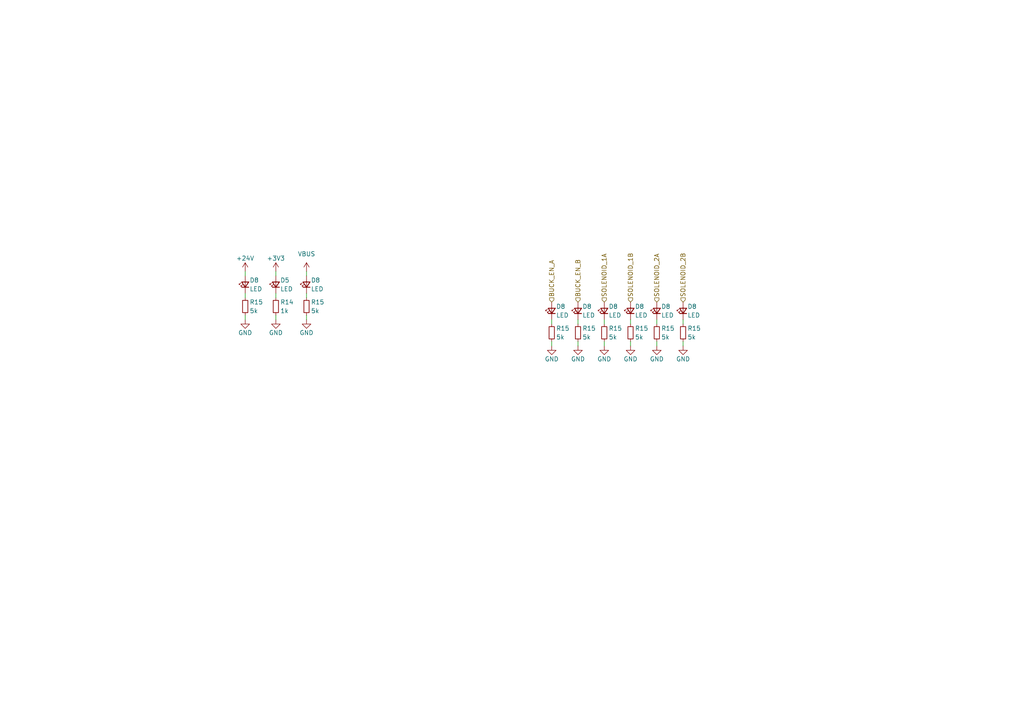
<source format=kicad_sch>
(kicad_sch (version 20230121) (generator eeschema)
  (paper "A4")
  (lib_symbols
    (symbol "Device:LED_Small" (pin_numbers hide) (pin_names (offset 0.254) hide)
      (property "Reference" "D" (at -1.27 3.175 0))
      (property "Value" "LED_Small" (at -4.445 -2.54 0))
      (symbol "LED_Small_0_1"
        (polyline (pts (xy -0.762 -1.016) (xy -0.762 1.016)) (stroke (width 0.254)))
        (polyline (pts (xy 1.016 0) (xy -0.762 0)))
        (polyline (pts (xy 0.762 -1.016) (xy -0.762 0) (xy 0.762 1.016) (xy 0.762 -1.016)) (stroke (width 0.254)))
        (polyline (pts (xy 0 0.762) (xy -0.508 1.27) (xy -0.254 1.27) (xy -0.508 1.27) (xy -0.508 1.016)))
        (polyline (pts (xy 0.508 1.27) (xy 0 1.778) (xy 0.254 1.778) (xy 0 1.778) (xy 0 1.524)))
      )
      (symbol "LED_Small_1_1"
        (pin passive line (at -2.54 0 0) (length 1.778) (name "K") (number "1"))
        (pin passive line (at 2.54 0 180) (length 1.778) (name "A") (number "2"))
      )
    )
    (symbol "Device:R_Small" (pin_numbers hide) (pin_names (offset 0.254) hide)
      (property "Reference" "R" (at 0.762 0.508 0))
      (property "Value" "R_Small" (at 0.762 -1.016 0))
      (symbol "R_Small_0_1"
        (rectangle (start -0.762 1.778) (end 0.762 -1.778) (stroke (width 0.2032)))
      )
      (symbol "R_Small_1_1"
        (pin passive line (at 0 2.54 270) (length 0.762) (name "~") (number "1"))
        (pin passive line (at 0 -2.54 90) (length 0.762) (name "~") (number "2"))
      )
    )
    (symbol "power:+24V" (power) (pin_names (offset 0))
      (property "Value" "+24V" (at 0 3.556 0))
      (symbol "+24V_0_1"
        (polyline (pts (xy -0.762 1.27) (xy 0 2.54)))
        (polyline (pts (xy 0 0) (xy 0 2.54)))
        (polyline (pts (xy 0 2.54) (xy 0.762 1.27)))
      )
      (symbol "+24V_1_1"
        (pin power_in line (at 0 0 90) (length 0) hide (name "+24V") (number "1"))
      )
    )
    (symbol "power:+3V3" (power) (pin_names (offset 0))
      (property "Value" "+3V3" (at 0 3.556 0))
      (symbol "+3V3_0_1"
        (polyline (pts (xy -0.762 1.27) (xy 0 2.54)))
        (polyline (pts (xy 0 0) (xy 0 2.54)))
        (polyline (pts (xy 0 2.54) (xy 0.762 1.27)))
      )
      (symbol "+3V3_1_1"
        (pin power_in line (at 0 0 90) (length 0) hide (name "+3V3") (number "1"))
      )
    )
    (symbol "power:GND" (power) (pin_names (offset 0))
      (property "Value" "GND" (at 0 -3.81 0))
      (symbol "GND_0_1"
        (polyline (pts (xy 0 0) (xy 0 -1.27) (xy 1.27 -1.27) (xy 0 -2.54) (xy -1.27 -1.27) (xy 0 -1.27)))
      )
      (symbol "GND_1_1"
        (pin power_in line (at 0 0 270) (length 0) hide (name "GND") (number "1"))
      )
    )
    (symbol "power:VBUS" (power) (pin_names (offset 0))
      (property "Value" "VBUS" (at 0 3.81 0))
      (symbol "VBUS_0_1"
        (polyline (pts (xy -0.762 1.27) (xy 0 2.54)))
        (polyline (pts (xy 0 0) (xy 0 2.54)))
        (polyline (pts (xy 0 2.54) (xy 0.762 1.27)))
      )
      (symbol "VBUS_1_1"
        (pin power_in line (at 0 0 90) (length 0) hide (name "VBUS") (number "1"))
      )
    )
  )
  (wire (pts (xy 88.9 85.09) (xy 88.9 86.36)))
  (wire (pts (xy 80.01 78.74) (xy 80.01 80.01)))
  (wire (pts (xy 71.12 78.74) (xy 71.12 80.01)))
  (wire (pts (xy 190.5 99.06) (xy 190.5 100.33)))
  (wire (pts (xy 80.01 91.44) (xy 80.01 92.71)))
  (wire (pts (xy 198.12 99.06) (xy 198.12 100.33)))
  (wire (pts (xy 160.02 99.06) (xy 160.02 100.33)))
  (wire (pts (xy 80.01 85.09) (xy 80.01 86.36)))
  (wire (pts (xy 88.9 91.44) (xy 88.9 92.71)))
  (wire (pts (xy 182.88 92.71) (xy 182.88 93.98)))
  (wire (pts (xy 167.64 92.71) (xy 167.64 93.98)))
  (wire (pts (xy 160.02 92.71) (xy 160.02 93.98)))
  (wire (pts (xy 71.12 91.44) (xy 71.12 92.71)))
  (wire (pts (xy 71.12 85.09) (xy 71.12 86.36)))
  (wire (pts (xy 175.26 99.06) (xy 175.26 100.33)))
  (wire (pts (xy 190.5 92.71) (xy 190.5 93.98)))
  (wire (pts (xy 175.26 92.71) (xy 175.26 93.98)))
  (wire (pts (xy 167.64 99.06) (xy 167.64 100.33)))
  (wire (pts (xy 88.9 78.74) (xy 88.9 80.01)))
  (wire (pts (xy 198.12 92.71) (xy 198.12 93.98)))
  (wire (pts (xy 182.88 99.06) (xy 182.88 100.33)))
  (hierarchical_label "BUCK_EN_B" (shape input) (at 167.64 87.63 90))
  (hierarchical_label "SOLENOID_1A" (shape input) (at 175.26 87.63 90))
  (hierarchical_label "BUCK_EN_A" (shape input) (at 160.02 87.63 90))
  (hierarchical_label "SOLENOID_2A" (shape input) (at 190.5 87.63 90))
  (hierarchical_label "SOLENOID_1B" (shape input) (at 182.88 87.63 90))
  (hierarchical_label "SOLENOID_2B" (shape input) (at 198.12 87.63 90))
  (symbol (lib_id "Device:LED_Small") (at 167.64 90.17 90) (unit 1)
    (property "Reference" "D8" (at 168.91 88.9 90) (effects (justify right)))
    (property "Value" "LED" (at 168.91 91.44 90) (effects (justify right)))
    (property "Footprint" "LED_SMD:LED_0603_1608Metric" (effects hide))
    (instances (project "UMRT_FC_R1" (path "" (reference "D8") (unit 1)) (path "" (reference "D11") (unit 1))))
  )
  (symbol (lib_id "power:GND") (at 198.12 100.33 0) (unit 1)
    (property "Reference" "#PWR053" (effects hide))
    (property "Value" "GND" (at 198.12 104.14 0))
    (instances (project "UMRT_FC_R1" (path "" (reference "#PWR053") (unit 1)) (path "" (reference "#PWR075") (unit 1))))
  )
  (symbol (lib_id "Device:R_Small") (at 80.01 88.9 0) (unit 1)
    (property "Reference" "R14" (at 81.28 87.63 0) (effects (justify left)))
    (property "Value" "1k" (at 81.28 90.17 0) (effects (justify left)))
    (property "Footprint" "Resistor_SMD:R_0603_1608Metric" (effects hide))
    (instances (project "UMRT_FC_R1" (path "" (reference "R14") (unit 1)) (path "" (reference "R25") (unit 1))))
  )
  (symbol (lib_id "Device:R_Small") (at 198.12 96.52 0) (unit 1)
    (property "Reference" "R15" (at 199.39 95.25 0) (effects (justify left)))
    (property "Value" "5k" (at 199.39 97.79 0) (effects (justify left)))
    (property "Footprint" "Resistor_SMD:R_0603_1608Metric" (effects hide))
    (instances (project "UMRT_FC_R1" (path "" (reference "R15") (unit 1)) (path "" (reference "R32") (unit 1))))
  )
  (symbol (lib_id "Device:R_Small") (at 175.26 96.52 0) (unit 1)
    (property "Reference" "R15" (at 176.53 95.25 0) (effects (justify left)))
    (property "Value" "5k" (at 176.53 97.79 0) (effects (justify left)))
    (property "Footprint" "Resistor_SMD:R_0603_1608Metric" (effects hide))
    (instances (project "UMRT_FC_R1" (path "" (reference "R15") (unit 1)) (path "" (reference "R29") (unit 1))))
  )
  (symbol (lib_id "Device:LED_Small") (at 182.88 90.17 90) (unit 1)
    (property "Reference" "D8" (at 184.15 88.9 90) (effects (justify right)))
    (property "Value" "LED" (at 184.15 91.44 90) (effects (justify right)))
    (property "Footprint" "LED_SMD:LED_0603_1608Metric" (effects hide))
    (instances (project "UMRT_FC_R1" (path "" (reference "D8") (unit 1)) (path "" (reference "D13") (unit 1))))
  )
  (symbol (lib_id "Device:R_Small") (at 190.5 96.52 0) (unit 1)
    (property "Reference" "R15" (at 191.77 95.25 0) (effects (justify left)))
    (property "Value" "5k" (at 191.77 97.79 0) (effects (justify left)))
    (property "Footprint" "Resistor_SMD:R_0603_1608Metric" (effects hide))
    (instances (project "UMRT_FC_R1" (path "" (reference "R15") (unit 1)) (path "" (reference "R31") (unit 1))))
  )
  (symbol (lib_id "Device:LED_Small") (at 160.02 90.17 90) (unit 1)
    (property "Reference" "D8" (at 161.29 88.9 90) (effects (justify right)))
    (property "Value" "LED" (at 161.29 91.44 90) (effects (justify right)))
    (property "Footprint" "LED_SMD:LED_0603_1608Metric" (effects hide))
    (instances (project "UMRT_FC_R1" (path "" (reference "D8") (unit 1)) (path "" (reference "D10") (unit 1))))
  )
  (symbol (lib_id "power:GND") (at 182.88 100.33 0) (unit 1)
    (property "Reference" "#PWR053" (effects hide))
    (property "Value" "GND" (at 182.88 104.14 0))
    (instances (project "UMRT_FC_R1" (path "" (reference "#PWR053") (unit 1)) (path "" (reference "#PWR073") (unit 1))))
  )
  (symbol (lib_id "power:GND") (at 190.5 100.33 0) (unit 1)
    (property "Reference" "#PWR053" (effects hide))
    (property "Value" "GND" (at 190.5 104.14 0))
    (instances (project "UMRT_FC_R1" (path "" (reference "#PWR053") (unit 1)) (path "" (reference "#PWR074") (unit 1))))
  )
  (symbol (lib_id "Device:R_Small") (at 71.12 88.9 0) (unit 1)
    (property "Reference" "R15" (at 72.39 87.63 0) (effects (justify left)))
    (property "Value" "5k" (at 72.39 90.17 0) (effects (justify left)))
    (property "Footprint" "Resistor_SMD:R_0603_1608Metric" (effects hide))
    (instances (project "UMRT_FC_R1" (path "" (reference "R15") (unit 1)) (path "" (reference "R24") (unit 1))))
  )
  (symbol (lib_id "Device:R_Small") (at 160.02 96.52 0) (unit 1)
    (property "Reference" "R15" (at 161.29 95.25 0) (effects (justify left)))
    (property "Value" "5k" (at 161.29 97.79 0) (effects (justify left)))
    (property "Footprint" "Resistor_SMD:R_0603_1608Metric" (effects hide))
    (instances (project "UMRT_FC_R1" (path "" (reference "R15") (unit 1)) (path "" (reference "R27") (unit 1))))
  )
  (symbol (lib_id "power:GND") (at 160.02 100.33 0) (unit 1)
    (property "Reference" "#PWR053" (effects hide))
    (property "Value" "GND" (at 160.02 104.14 0))
    (instances (project "UMRT_FC_R1" (path "" (reference "#PWR053") (unit 1)) (path "" (reference "#PWR070") (unit 1))))
  )
  (symbol (lib_id "Device:LED_Small") (at 198.12 90.17 90) (unit 1)
    (property "Reference" "D8" (at 199.39 88.9 90) (effects (justify right)))
    (property "Value" "LED" (at 199.39 91.44 90) (effects (justify right)))
    (property "Footprint" "LED_SMD:LED_0603_1608Metric" (effects hide))
    (instances (project "UMRT_FC_R1" (path "" (reference "D8") (unit 1)) (path "" (reference "D15") (unit 1))))
  )
  (symbol (lib_id "Device:R_Small") (at 167.64 96.52 0) (unit 1)
    (property "Reference" "R15" (at 168.91 95.25 0) (effects (justify left)))
    (property "Value" "5k" (at 168.91 97.79 0) (effects (justify left)))
    (property "Footprint" "Resistor_SMD:R_0603_1608Metric" (effects hide))
    (instances (project "UMRT_FC_R1" (path "" (reference "R15") (unit 1)) (path "" (reference "R28") (unit 1))))
  )
  (symbol (lib_id "Device:LED_Small") (at 175.26 90.17 90) (unit 1)
    (property "Reference" "D8" (at 176.53 88.9 90) (effects (justify right)))
    (property "Value" "LED" (at 176.53 91.44 90) (effects (justify right)))
    (property "Footprint" "LED_SMD:LED_0603_1608Metric" (effects hide))
    (instances (project "UMRT_FC_R1" (path "" (reference "D8") (unit 1)) (path "" (reference "D12") (unit 1))))
  )
  (symbol (lib_id "power:GND") (at 167.64 100.33 0) (unit 1)
    (property "Reference" "#PWR053" (effects hide))
    (property "Value" "GND" (at 167.64 104.14 0))
    (instances (project "UMRT_FC_R1" (path "" (reference "#PWR053") (unit 1)) (path "" (reference "#PWR071") (unit 1))))
  )
  (symbol (lib_id "Device:LED_Small") (at 190.5 90.17 90) (unit 1)
    (property "Reference" "D8" (at 191.77 88.9 90) (effects (justify right)))
    (property "Value" "LED" (at 191.77 91.44 90) (effects (justify right)))
    (property "Footprint" "LED_SMD:LED_0603_1608Metric" (effects hide))
    (instances (project "UMRT_FC_R1" (path "" (reference "D8") (unit 1)) (path "" (reference "D14") (unit 1))))
  )
  (symbol (lib_id "power:+3V3") (at 80.01 78.74 0) (unit 1)
    (property "Reference" "#PWR047" (effects hide))
    (property "Value" "+3V3" (at 80.01 74.93 0))
    (instances (project "UMRT_FC_R1" (path "" (reference "#PWR047") (unit 1)) (path "" (reference "#PWR066") (unit 1))))
  )
  (symbol (lib_id "Device:LED_Small") (at 80.01 82.55 90) (unit 1)
    (property "Reference" "D5" (at 81.28 81.28 90) (effects (justify right)))
    (property "Value" "LED" (at 81.28 83.82 90) (effects (justify right)))
    (property "Footprint" "LED_SMD:LED_0603_1608Metric" (effects hide))
    (instances (project "UMRT_FC_R1" (path "" (reference "D5") (unit 1)) (path "" (reference "D8") (unit 1))))
  )
  (symbol (lib_id "power:+24V") (at 71.12 78.74 0) (unit 1)
    (property "Reference" "#PWR036" (effects hide))
    (property "Value" "+24V" (at 71.12 74.93 0))
    (instances (project "UMRT_FC_R1" (path "" (reference "#PWR036") (unit 1)) (path "" (reference "#PWR052") (unit 1)) (path "" (reference "#PWR064") (unit 1))))
  )
  (symbol (lib_id "power:GND") (at 80.01 92.71 0) (unit 1)
    (property "Reference" "#PWR048" (effects hide))
    (property "Value" "GND" (at 80.01 96.52 0))
    (instances (project "UMRT_FC_R1" (path "" (reference "#PWR048") (unit 1)) (path "" (reference "#PWR067") (unit 1))))
  )
  (symbol (lib_id "Device:R_Small") (at 88.9 88.9 0) (unit 1)
    (property "Reference" "R15" (at 90.17 87.63 0) (effects (justify left)))
    (property "Value" "5k" (at 90.17 90.17 0) (effects (justify left)))
    (property "Footprint" "Resistor_SMD:R_0603_1608Metric" (effects hide))
    (instances (project "UMRT_FC_R1" (path "" (reference "R15") (unit 1)) (path "" (reference "R26") (unit 1))))
  )
  (symbol (lib_id "power:VBUS") (at 88.9 78.74 0) (unit 1)
    (property "Reference" "#PWR068" (effects hide))
    (property "Value" "VBUS" (at 88.9 73.66 0))
  )
  (symbol (lib_id "Device:LED_Small") (at 88.9 82.55 90) (unit 1)
    (property "Reference" "D8" (at 90.17 81.28 90) (effects (justify right)))
    (property "Value" "LED" (at 90.17 83.82 90) (effects (justify right)))
    (property "Footprint" "LED_SMD:LED_0603_1608Metric" (effects hide))
    (instances (project "UMRT_FC_R1" (path "" (reference "D8") (unit 1)) (path "" (reference "D9") (unit 1))))
  )
  (symbol (lib_id "power:GND") (at 88.9 92.71 0) (unit 1)
    (property "Reference" "#PWR053" (effects hide))
    (property "Value" "GND" (at 88.9 96.52 0))
    (instances (project "UMRT_FC_R1" (path "" (reference "#PWR053") (unit 1)) (path "" (reference "#PWR069") (unit 1))))
  )
  (symbol (lib_id "Device:LED_Small") (at 71.12 82.55 90) (unit 1)
    (property "Reference" "D8" (at 72.39 81.28 90) (effects (justify right)))
    (property "Value" "LED" (at 72.39 83.82 90) (effects (justify right)))
    (property "Footprint" "LED_SMD:LED_0603_1608Metric" (effects hide))
    (instances (project "UMRT_FC_R1" (path "" (reference "D8") (unit 1)) (path "" (reference "D7") (unit 1))))
  )
  (symbol (lib_id "Device:R_Small") (at 182.88 96.52 0) (unit 1)
    (property "Reference" "R15" (at 184.15 95.25 0) (effects (justify left)))
    (property "Value" "5k" (at 184.15 97.79 0) (effects (justify left)))
    (property "Footprint" "Resistor_SMD:R_0603_1608Metric" (effects hide))
    (instances (project "UMRT_FC_R1" (path "" (reference "R15") (unit 1)) (path "" (reference "R30") (unit 1))))
  )
  (symbol (lib_id "power:GND") (at 71.12 92.71 0) (unit 1)
    (property "Reference" "#PWR053" (effects hide))
    (property "Value" "GND" (at 71.12 96.52 0))
    (instances (project "UMRT_FC_R1" (path "" (reference "#PWR053") (unit 1)) (path "" (reference "#PWR065") (unit 1))))
  )
  (symbol (lib_id "power:GND") (at 175.26 100.33 0) (unit 1)
    (property "Reference" "#PWR053" (effects hide))
    (property "Value" "GND" (at 175.26 104.14 0))
    (instances (project "UMRT_FC_R1" (path "" (reference "#PWR053") (unit 1)) (path "" (reference "#PWR072") (unit 1))))
  )
)
</source>
